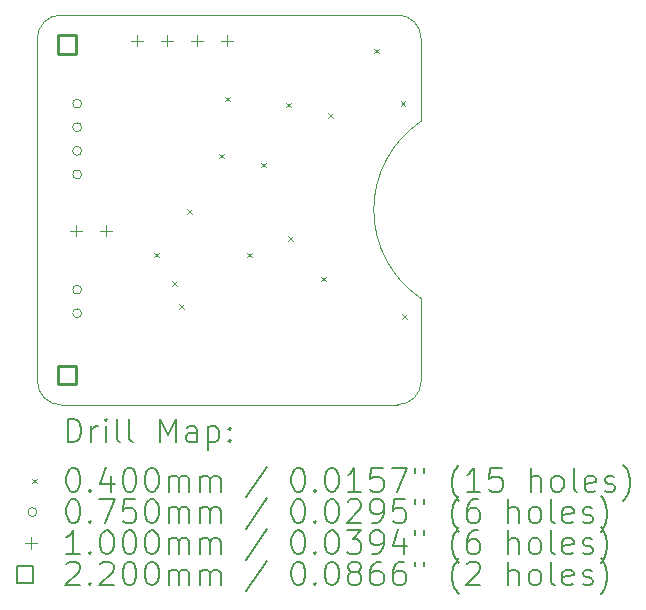
<source format=gbr>
%TF.GenerationSoftware,KiCad,Pcbnew,7.0.6*%
%TF.CreationDate,2024-09-25T21:49:43-07:00*%
%TF.ProjectId,magnetic-encoder,6d61676e-6574-4696-932d-656e636f6465,0.1*%
%TF.SameCoordinates,Original*%
%TF.FileFunction,Drillmap*%
%TF.FilePolarity,Positive*%
%FSLAX45Y45*%
G04 Gerber Fmt 4.5, Leading zero omitted, Abs format (unit mm)*
G04 Created by KiCad (PCBNEW 7.0.6) date 2024-09-25 21:49:43*
%MOMM*%
%LPD*%
G01*
G04 APERTURE LIST*
%ADD10C,0.100000*%
%ADD11C,0.200000*%
%ADD12C,0.040000*%
%ADD13C,0.075000*%
%ADD14C,0.220000*%
G04 APERTURE END LIST*
D10*
X8936000Y-11224500D02*
X6086000Y-11224500D01*
X9136000Y-10324500D02*
X9136000Y-11024500D01*
X9136000Y-8124500D02*
X9136000Y-8824500D01*
X6086000Y-7924500D02*
X8936000Y-7924500D01*
X5886000Y-11024500D02*
X5886000Y-8124500D01*
X9136000Y-8124500D02*
G75*
G03*
X8936000Y-7924500I-200000J0D01*
G01*
X8936000Y-11224500D02*
G75*
G03*
X9136000Y-11024500I0J200000D01*
G01*
X5886000Y-11024500D02*
G75*
G03*
X6086000Y-11224500I200000J0D01*
G01*
X6086000Y-7924500D02*
G75*
G03*
X5886000Y-8124500I0J-200000D01*
G01*
X9136000Y-8824500D02*
G75*
G03*
X9136000Y-10324500I500000J-750000D01*
G01*
D11*
D12*
X6876100Y-9936800D02*
X6916100Y-9976800D01*
X6916100Y-9936800D02*
X6876100Y-9976800D01*
X7028500Y-10178100D02*
X7068500Y-10218100D01*
X7068500Y-10178100D02*
X7028500Y-10218100D01*
X7085650Y-10374950D02*
X7125650Y-10414950D01*
X7125650Y-10374950D02*
X7085650Y-10414950D01*
X7155500Y-9568500D02*
X7195500Y-9608500D01*
X7195500Y-9568500D02*
X7155500Y-9608500D01*
X7422200Y-9098600D02*
X7462200Y-9138600D01*
X7462200Y-9098600D02*
X7422200Y-9138600D01*
X7473000Y-8616000D02*
X7513000Y-8656000D01*
X7513000Y-8616000D02*
X7473000Y-8656000D01*
X7663500Y-9936800D02*
X7703500Y-9976800D01*
X7703500Y-9936800D02*
X7663500Y-9976800D01*
X7777800Y-9174800D02*
X7817800Y-9214800D01*
X7817800Y-9174800D02*
X7777800Y-9214800D01*
X7993700Y-8666800D02*
X8033700Y-8706800D01*
X8033700Y-8666800D02*
X7993700Y-8706800D01*
X8006400Y-9797100D02*
X8046400Y-9837100D01*
X8046400Y-9797100D02*
X8006400Y-9837100D01*
X8285800Y-10140000D02*
X8325800Y-10180000D01*
X8325800Y-10140000D02*
X8285800Y-10180000D01*
X8349300Y-8755700D02*
X8389300Y-8795700D01*
X8389300Y-8755700D02*
X8349300Y-8795700D01*
X8739250Y-8209600D02*
X8779250Y-8249600D01*
X8779250Y-8209600D02*
X8739250Y-8249600D01*
X8962650Y-8654100D02*
X9002650Y-8694100D01*
X9002650Y-8654100D02*
X8962650Y-8694100D01*
X8971600Y-10457500D02*
X9011600Y-10497500D01*
X9011600Y-10457500D02*
X8971600Y-10497500D01*
D13*
X6260500Y-8674500D02*
G75*
G03*
X6260500Y-8674500I-37500J0D01*
G01*
X6260500Y-8874500D02*
G75*
G03*
X6260500Y-8874500I-37500J0D01*
G01*
X6260500Y-9074500D02*
G75*
G03*
X6260500Y-9074500I-37500J0D01*
G01*
X6260500Y-9274500D02*
G75*
G03*
X6260500Y-9274500I-37500J0D01*
G01*
X6260500Y-10249500D02*
G75*
G03*
X6260500Y-10249500I-37500J0D01*
G01*
X6260500Y-10449500D02*
G75*
G03*
X6260500Y-10449500I-37500J0D01*
G01*
D10*
X6211000Y-9699500D02*
X6211000Y-9799500D01*
X6161000Y-9749500D02*
X6261000Y-9749500D01*
X6465000Y-9699500D02*
X6465000Y-9799500D01*
X6415000Y-9749500D02*
X6515000Y-9749500D01*
X6731000Y-8090700D02*
X6731000Y-8190700D01*
X6681000Y-8140700D02*
X6781000Y-8140700D01*
X6985000Y-8090700D02*
X6985000Y-8190700D01*
X6935000Y-8140700D02*
X7035000Y-8140700D01*
X7239000Y-8090700D02*
X7239000Y-8190700D01*
X7189000Y-8140700D02*
X7289000Y-8140700D01*
X7493000Y-8090700D02*
X7493000Y-8190700D01*
X7443000Y-8140700D02*
X7543000Y-8140700D01*
D14*
X6213782Y-8252282D02*
X6213782Y-8096717D01*
X6058217Y-8096717D01*
X6058217Y-8252282D01*
X6213782Y-8252282D01*
X6213782Y-11052283D02*
X6213782Y-10896718D01*
X6058217Y-10896718D01*
X6058217Y-11052283D01*
X6213782Y-11052283D01*
D11*
X6141777Y-11540984D02*
X6141777Y-11340984D01*
X6141777Y-11340984D02*
X6189396Y-11340984D01*
X6189396Y-11340984D02*
X6217967Y-11350508D01*
X6217967Y-11350508D02*
X6237015Y-11369555D01*
X6237015Y-11369555D02*
X6246539Y-11388603D01*
X6246539Y-11388603D02*
X6256062Y-11426698D01*
X6256062Y-11426698D02*
X6256062Y-11455269D01*
X6256062Y-11455269D02*
X6246539Y-11493365D01*
X6246539Y-11493365D02*
X6237015Y-11512412D01*
X6237015Y-11512412D02*
X6217967Y-11531460D01*
X6217967Y-11531460D02*
X6189396Y-11540984D01*
X6189396Y-11540984D02*
X6141777Y-11540984D01*
X6341777Y-11540984D02*
X6341777Y-11407650D01*
X6341777Y-11445746D02*
X6351301Y-11426698D01*
X6351301Y-11426698D02*
X6360824Y-11417174D01*
X6360824Y-11417174D02*
X6379872Y-11407650D01*
X6379872Y-11407650D02*
X6398920Y-11407650D01*
X6465586Y-11540984D02*
X6465586Y-11407650D01*
X6465586Y-11340984D02*
X6456062Y-11350508D01*
X6456062Y-11350508D02*
X6465586Y-11360031D01*
X6465586Y-11360031D02*
X6475110Y-11350508D01*
X6475110Y-11350508D02*
X6465586Y-11340984D01*
X6465586Y-11340984D02*
X6465586Y-11360031D01*
X6589396Y-11540984D02*
X6570348Y-11531460D01*
X6570348Y-11531460D02*
X6560824Y-11512412D01*
X6560824Y-11512412D02*
X6560824Y-11340984D01*
X6694158Y-11540984D02*
X6675110Y-11531460D01*
X6675110Y-11531460D02*
X6665586Y-11512412D01*
X6665586Y-11512412D02*
X6665586Y-11340984D01*
X6922729Y-11540984D02*
X6922729Y-11340984D01*
X6922729Y-11340984D02*
X6989396Y-11483841D01*
X6989396Y-11483841D02*
X7056062Y-11340984D01*
X7056062Y-11340984D02*
X7056062Y-11540984D01*
X7237015Y-11540984D02*
X7237015Y-11436222D01*
X7237015Y-11436222D02*
X7227491Y-11417174D01*
X7227491Y-11417174D02*
X7208443Y-11407650D01*
X7208443Y-11407650D02*
X7170348Y-11407650D01*
X7170348Y-11407650D02*
X7151301Y-11417174D01*
X7237015Y-11531460D02*
X7217967Y-11540984D01*
X7217967Y-11540984D02*
X7170348Y-11540984D01*
X7170348Y-11540984D02*
X7151301Y-11531460D01*
X7151301Y-11531460D02*
X7141777Y-11512412D01*
X7141777Y-11512412D02*
X7141777Y-11493365D01*
X7141777Y-11493365D02*
X7151301Y-11474317D01*
X7151301Y-11474317D02*
X7170348Y-11464793D01*
X7170348Y-11464793D02*
X7217967Y-11464793D01*
X7217967Y-11464793D02*
X7237015Y-11455269D01*
X7332253Y-11407650D02*
X7332253Y-11607650D01*
X7332253Y-11417174D02*
X7351301Y-11407650D01*
X7351301Y-11407650D02*
X7389396Y-11407650D01*
X7389396Y-11407650D02*
X7408443Y-11417174D01*
X7408443Y-11417174D02*
X7417967Y-11426698D01*
X7417967Y-11426698D02*
X7427491Y-11445746D01*
X7427491Y-11445746D02*
X7427491Y-11502888D01*
X7427491Y-11502888D02*
X7417967Y-11521936D01*
X7417967Y-11521936D02*
X7408443Y-11531460D01*
X7408443Y-11531460D02*
X7389396Y-11540984D01*
X7389396Y-11540984D02*
X7351301Y-11540984D01*
X7351301Y-11540984D02*
X7332253Y-11531460D01*
X7513205Y-11521936D02*
X7522729Y-11531460D01*
X7522729Y-11531460D02*
X7513205Y-11540984D01*
X7513205Y-11540984D02*
X7503682Y-11531460D01*
X7503682Y-11531460D02*
X7513205Y-11521936D01*
X7513205Y-11521936D02*
X7513205Y-11540984D01*
X7513205Y-11417174D02*
X7522729Y-11426698D01*
X7522729Y-11426698D02*
X7513205Y-11436222D01*
X7513205Y-11436222D02*
X7503682Y-11426698D01*
X7503682Y-11426698D02*
X7513205Y-11417174D01*
X7513205Y-11417174D02*
X7513205Y-11436222D01*
D12*
X5841000Y-11849500D02*
X5881000Y-11889500D01*
X5881000Y-11849500D02*
X5841000Y-11889500D01*
D11*
X6179872Y-11760984D02*
X6198920Y-11760984D01*
X6198920Y-11760984D02*
X6217967Y-11770508D01*
X6217967Y-11770508D02*
X6227491Y-11780031D01*
X6227491Y-11780031D02*
X6237015Y-11799079D01*
X6237015Y-11799079D02*
X6246539Y-11837174D01*
X6246539Y-11837174D02*
X6246539Y-11884793D01*
X6246539Y-11884793D02*
X6237015Y-11922888D01*
X6237015Y-11922888D02*
X6227491Y-11941936D01*
X6227491Y-11941936D02*
X6217967Y-11951460D01*
X6217967Y-11951460D02*
X6198920Y-11960984D01*
X6198920Y-11960984D02*
X6179872Y-11960984D01*
X6179872Y-11960984D02*
X6160824Y-11951460D01*
X6160824Y-11951460D02*
X6151301Y-11941936D01*
X6151301Y-11941936D02*
X6141777Y-11922888D01*
X6141777Y-11922888D02*
X6132253Y-11884793D01*
X6132253Y-11884793D02*
X6132253Y-11837174D01*
X6132253Y-11837174D02*
X6141777Y-11799079D01*
X6141777Y-11799079D02*
X6151301Y-11780031D01*
X6151301Y-11780031D02*
X6160824Y-11770508D01*
X6160824Y-11770508D02*
X6179872Y-11760984D01*
X6332253Y-11941936D02*
X6341777Y-11951460D01*
X6341777Y-11951460D02*
X6332253Y-11960984D01*
X6332253Y-11960984D02*
X6322729Y-11951460D01*
X6322729Y-11951460D02*
X6332253Y-11941936D01*
X6332253Y-11941936D02*
X6332253Y-11960984D01*
X6513205Y-11827650D02*
X6513205Y-11960984D01*
X6465586Y-11751460D02*
X6417967Y-11894317D01*
X6417967Y-11894317D02*
X6541777Y-11894317D01*
X6656062Y-11760984D02*
X6675110Y-11760984D01*
X6675110Y-11760984D02*
X6694158Y-11770508D01*
X6694158Y-11770508D02*
X6703682Y-11780031D01*
X6703682Y-11780031D02*
X6713205Y-11799079D01*
X6713205Y-11799079D02*
X6722729Y-11837174D01*
X6722729Y-11837174D02*
X6722729Y-11884793D01*
X6722729Y-11884793D02*
X6713205Y-11922888D01*
X6713205Y-11922888D02*
X6703682Y-11941936D01*
X6703682Y-11941936D02*
X6694158Y-11951460D01*
X6694158Y-11951460D02*
X6675110Y-11960984D01*
X6675110Y-11960984D02*
X6656062Y-11960984D01*
X6656062Y-11960984D02*
X6637015Y-11951460D01*
X6637015Y-11951460D02*
X6627491Y-11941936D01*
X6627491Y-11941936D02*
X6617967Y-11922888D01*
X6617967Y-11922888D02*
X6608443Y-11884793D01*
X6608443Y-11884793D02*
X6608443Y-11837174D01*
X6608443Y-11837174D02*
X6617967Y-11799079D01*
X6617967Y-11799079D02*
X6627491Y-11780031D01*
X6627491Y-11780031D02*
X6637015Y-11770508D01*
X6637015Y-11770508D02*
X6656062Y-11760984D01*
X6846539Y-11760984D02*
X6865586Y-11760984D01*
X6865586Y-11760984D02*
X6884634Y-11770508D01*
X6884634Y-11770508D02*
X6894158Y-11780031D01*
X6894158Y-11780031D02*
X6903682Y-11799079D01*
X6903682Y-11799079D02*
X6913205Y-11837174D01*
X6913205Y-11837174D02*
X6913205Y-11884793D01*
X6913205Y-11884793D02*
X6903682Y-11922888D01*
X6903682Y-11922888D02*
X6894158Y-11941936D01*
X6894158Y-11941936D02*
X6884634Y-11951460D01*
X6884634Y-11951460D02*
X6865586Y-11960984D01*
X6865586Y-11960984D02*
X6846539Y-11960984D01*
X6846539Y-11960984D02*
X6827491Y-11951460D01*
X6827491Y-11951460D02*
X6817967Y-11941936D01*
X6817967Y-11941936D02*
X6808443Y-11922888D01*
X6808443Y-11922888D02*
X6798920Y-11884793D01*
X6798920Y-11884793D02*
X6798920Y-11837174D01*
X6798920Y-11837174D02*
X6808443Y-11799079D01*
X6808443Y-11799079D02*
X6817967Y-11780031D01*
X6817967Y-11780031D02*
X6827491Y-11770508D01*
X6827491Y-11770508D02*
X6846539Y-11760984D01*
X6998920Y-11960984D02*
X6998920Y-11827650D01*
X6998920Y-11846698D02*
X7008443Y-11837174D01*
X7008443Y-11837174D02*
X7027491Y-11827650D01*
X7027491Y-11827650D02*
X7056063Y-11827650D01*
X7056063Y-11827650D02*
X7075110Y-11837174D01*
X7075110Y-11837174D02*
X7084634Y-11856222D01*
X7084634Y-11856222D02*
X7084634Y-11960984D01*
X7084634Y-11856222D02*
X7094158Y-11837174D01*
X7094158Y-11837174D02*
X7113205Y-11827650D01*
X7113205Y-11827650D02*
X7141777Y-11827650D01*
X7141777Y-11827650D02*
X7160824Y-11837174D01*
X7160824Y-11837174D02*
X7170348Y-11856222D01*
X7170348Y-11856222D02*
X7170348Y-11960984D01*
X7265586Y-11960984D02*
X7265586Y-11827650D01*
X7265586Y-11846698D02*
X7275110Y-11837174D01*
X7275110Y-11837174D02*
X7294158Y-11827650D01*
X7294158Y-11827650D02*
X7322729Y-11827650D01*
X7322729Y-11827650D02*
X7341777Y-11837174D01*
X7341777Y-11837174D02*
X7351301Y-11856222D01*
X7351301Y-11856222D02*
X7351301Y-11960984D01*
X7351301Y-11856222D02*
X7360824Y-11837174D01*
X7360824Y-11837174D02*
X7379872Y-11827650D01*
X7379872Y-11827650D02*
X7408443Y-11827650D01*
X7408443Y-11827650D02*
X7427491Y-11837174D01*
X7427491Y-11837174D02*
X7437015Y-11856222D01*
X7437015Y-11856222D02*
X7437015Y-11960984D01*
X7827491Y-11751460D02*
X7656063Y-12008603D01*
X8084634Y-11760984D02*
X8103682Y-11760984D01*
X8103682Y-11760984D02*
X8122729Y-11770508D01*
X8122729Y-11770508D02*
X8132253Y-11780031D01*
X8132253Y-11780031D02*
X8141777Y-11799079D01*
X8141777Y-11799079D02*
X8151301Y-11837174D01*
X8151301Y-11837174D02*
X8151301Y-11884793D01*
X8151301Y-11884793D02*
X8141777Y-11922888D01*
X8141777Y-11922888D02*
X8132253Y-11941936D01*
X8132253Y-11941936D02*
X8122729Y-11951460D01*
X8122729Y-11951460D02*
X8103682Y-11960984D01*
X8103682Y-11960984D02*
X8084634Y-11960984D01*
X8084634Y-11960984D02*
X8065586Y-11951460D01*
X8065586Y-11951460D02*
X8056063Y-11941936D01*
X8056063Y-11941936D02*
X8046539Y-11922888D01*
X8046539Y-11922888D02*
X8037015Y-11884793D01*
X8037015Y-11884793D02*
X8037015Y-11837174D01*
X8037015Y-11837174D02*
X8046539Y-11799079D01*
X8046539Y-11799079D02*
X8056063Y-11780031D01*
X8056063Y-11780031D02*
X8065586Y-11770508D01*
X8065586Y-11770508D02*
X8084634Y-11760984D01*
X8237015Y-11941936D02*
X8246539Y-11951460D01*
X8246539Y-11951460D02*
X8237015Y-11960984D01*
X8237015Y-11960984D02*
X8227491Y-11951460D01*
X8227491Y-11951460D02*
X8237015Y-11941936D01*
X8237015Y-11941936D02*
X8237015Y-11960984D01*
X8370348Y-11760984D02*
X8389396Y-11760984D01*
X8389396Y-11760984D02*
X8408444Y-11770508D01*
X8408444Y-11770508D02*
X8417968Y-11780031D01*
X8417968Y-11780031D02*
X8427491Y-11799079D01*
X8427491Y-11799079D02*
X8437015Y-11837174D01*
X8437015Y-11837174D02*
X8437015Y-11884793D01*
X8437015Y-11884793D02*
X8427491Y-11922888D01*
X8427491Y-11922888D02*
X8417968Y-11941936D01*
X8417968Y-11941936D02*
X8408444Y-11951460D01*
X8408444Y-11951460D02*
X8389396Y-11960984D01*
X8389396Y-11960984D02*
X8370348Y-11960984D01*
X8370348Y-11960984D02*
X8351301Y-11951460D01*
X8351301Y-11951460D02*
X8341777Y-11941936D01*
X8341777Y-11941936D02*
X8332253Y-11922888D01*
X8332253Y-11922888D02*
X8322729Y-11884793D01*
X8322729Y-11884793D02*
X8322729Y-11837174D01*
X8322729Y-11837174D02*
X8332253Y-11799079D01*
X8332253Y-11799079D02*
X8341777Y-11780031D01*
X8341777Y-11780031D02*
X8351301Y-11770508D01*
X8351301Y-11770508D02*
X8370348Y-11760984D01*
X8627491Y-11960984D02*
X8513206Y-11960984D01*
X8570348Y-11960984D02*
X8570348Y-11760984D01*
X8570348Y-11760984D02*
X8551301Y-11789555D01*
X8551301Y-11789555D02*
X8532253Y-11808603D01*
X8532253Y-11808603D02*
X8513206Y-11818127D01*
X8808444Y-11760984D02*
X8713206Y-11760984D01*
X8713206Y-11760984D02*
X8703682Y-11856222D01*
X8703682Y-11856222D02*
X8713206Y-11846698D01*
X8713206Y-11846698D02*
X8732253Y-11837174D01*
X8732253Y-11837174D02*
X8779872Y-11837174D01*
X8779872Y-11837174D02*
X8798920Y-11846698D01*
X8798920Y-11846698D02*
X8808444Y-11856222D01*
X8808444Y-11856222D02*
X8817968Y-11875269D01*
X8817968Y-11875269D02*
X8817968Y-11922888D01*
X8817968Y-11922888D02*
X8808444Y-11941936D01*
X8808444Y-11941936D02*
X8798920Y-11951460D01*
X8798920Y-11951460D02*
X8779872Y-11960984D01*
X8779872Y-11960984D02*
X8732253Y-11960984D01*
X8732253Y-11960984D02*
X8713206Y-11951460D01*
X8713206Y-11951460D02*
X8703682Y-11941936D01*
X8884634Y-11760984D02*
X9017968Y-11760984D01*
X9017968Y-11760984D02*
X8932253Y-11960984D01*
X9084634Y-11760984D02*
X9084634Y-11799079D01*
X9160825Y-11760984D02*
X9160825Y-11799079D01*
X9456063Y-12037174D02*
X9446539Y-12027650D01*
X9446539Y-12027650D02*
X9427491Y-11999079D01*
X9427491Y-11999079D02*
X9417968Y-11980031D01*
X9417968Y-11980031D02*
X9408444Y-11951460D01*
X9408444Y-11951460D02*
X9398920Y-11903841D01*
X9398920Y-11903841D02*
X9398920Y-11865746D01*
X9398920Y-11865746D02*
X9408444Y-11818127D01*
X9408444Y-11818127D02*
X9417968Y-11789555D01*
X9417968Y-11789555D02*
X9427491Y-11770508D01*
X9427491Y-11770508D02*
X9446539Y-11741936D01*
X9446539Y-11741936D02*
X9456063Y-11732412D01*
X9637015Y-11960984D02*
X9522730Y-11960984D01*
X9579872Y-11960984D02*
X9579872Y-11760984D01*
X9579872Y-11760984D02*
X9560825Y-11789555D01*
X9560825Y-11789555D02*
X9541777Y-11808603D01*
X9541777Y-11808603D02*
X9522730Y-11818127D01*
X9817968Y-11760984D02*
X9722730Y-11760984D01*
X9722730Y-11760984D02*
X9713206Y-11856222D01*
X9713206Y-11856222D02*
X9722730Y-11846698D01*
X9722730Y-11846698D02*
X9741777Y-11837174D01*
X9741777Y-11837174D02*
X9789396Y-11837174D01*
X9789396Y-11837174D02*
X9808444Y-11846698D01*
X9808444Y-11846698D02*
X9817968Y-11856222D01*
X9817968Y-11856222D02*
X9827491Y-11875269D01*
X9827491Y-11875269D02*
X9827491Y-11922888D01*
X9827491Y-11922888D02*
X9817968Y-11941936D01*
X9817968Y-11941936D02*
X9808444Y-11951460D01*
X9808444Y-11951460D02*
X9789396Y-11960984D01*
X9789396Y-11960984D02*
X9741777Y-11960984D01*
X9741777Y-11960984D02*
X9722730Y-11951460D01*
X9722730Y-11951460D02*
X9713206Y-11941936D01*
X10065587Y-11960984D02*
X10065587Y-11760984D01*
X10151301Y-11960984D02*
X10151301Y-11856222D01*
X10151301Y-11856222D02*
X10141777Y-11837174D01*
X10141777Y-11837174D02*
X10122730Y-11827650D01*
X10122730Y-11827650D02*
X10094158Y-11827650D01*
X10094158Y-11827650D02*
X10075111Y-11837174D01*
X10075111Y-11837174D02*
X10065587Y-11846698D01*
X10275111Y-11960984D02*
X10256063Y-11951460D01*
X10256063Y-11951460D02*
X10246539Y-11941936D01*
X10246539Y-11941936D02*
X10237015Y-11922888D01*
X10237015Y-11922888D02*
X10237015Y-11865746D01*
X10237015Y-11865746D02*
X10246539Y-11846698D01*
X10246539Y-11846698D02*
X10256063Y-11837174D01*
X10256063Y-11837174D02*
X10275111Y-11827650D01*
X10275111Y-11827650D02*
X10303682Y-11827650D01*
X10303682Y-11827650D02*
X10322730Y-11837174D01*
X10322730Y-11837174D02*
X10332253Y-11846698D01*
X10332253Y-11846698D02*
X10341777Y-11865746D01*
X10341777Y-11865746D02*
X10341777Y-11922888D01*
X10341777Y-11922888D02*
X10332253Y-11941936D01*
X10332253Y-11941936D02*
X10322730Y-11951460D01*
X10322730Y-11951460D02*
X10303682Y-11960984D01*
X10303682Y-11960984D02*
X10275111Y-11960984D01*
X10456063Y-11960984D02*
X10437015Y-11951460D01*
X10437015Y-11951460D02*
X10427492Y-11932412D01*
X10427492Y-11932412D02*
X10427492Y-11760984D01*
X10608444Y-11951460D02*
X10589396Y-11960984D01*
X10589396Y-11960984D02*
X10551301Y-11960984D01*
X10551301Y-11960984D02*
X10532253Y-11951460D01*
X10532253Y-11951460D02*
X10522730Y-11932412D01*
X10522730Y-11932412D02*
X10522730Y-11856222D01*
X10522730Y-11856222D02*
X10532253Y-11837174D01*
X10532253Y-11837174D02*
X10551301Y-11827650D01*
X10551301Y-11827650D02*
X10589396Y-11827650D01*
X10589396Y-11827650D02*
X10608444Y-11837174D01*
X10608444Y-11837174D02*
X10617968Y-11856222D01*
X10617968Y-11856222D02*
X10617968Y-11875269D01*
X10617968Y-11875269D02*
X10522730Y-11894317D01*
X10694158Y-11951460D02*
X10713206Y-11960984D01*
X10713206Y-11960984D02*
X10751301Y-11960984D01*
X10751301Y-11960984D02*
X10770349Y-11951460D01*
X10770349Y-11951460D02*
X10779873Y-11932412D01*
X10779873Y-11932412D02*
X10779873Y-11922888D01*
X10779873Y-11922888D02*
X10770349Y-11903841D01*
X10770349Y-11903841D02*
X10751301Y-11894317D01*
X10751301Y-11894317D02*
X10722730Y-11894317D01*
X10722730Y-11894317D02*
X10703682Y-11884793D01*
X10703682Y-11884793D02*
X10694158Y-11865746D01*
X10694158Y-11865746D02*
X10694158Y-11856222D01*
X10694158Y-11856222D02*
X10703682Y-11837174D01*
X10703682Y-11837174D02*
X10722730Y-11827650D01*
X10722730Y-11827650D02*
X10751301Y-11827650D01*
X10751301Y-11827650D02*
X10770349Y-11837174D01*
X10846539Y-12037174D02*
X10856063Y-12027650D01*
X10856063Y-12027650D02*
X10875111Y-11999079D01*
X10875111Y-11999079D02*
X10884634Y-11980031D01*
X10884634Y-11980031D02*
X10894158Y-11951460D01*
X10894158Y-11951460D02*
X10903682Y-11903841D01*
X10903682Y-11903841D02*
X10903682Y-11865746D01*
X10903682Y-11865746D02*
X10894158Y-11818127D01*
X10894158Y-11818127D02*
X10884634Y-11789555D01*
X10884634Y-11789555D02*
X10875111Y-11770508D01*
X10875111Y-11770508D02*
X10856063Y-11741936D01*
X10856063Y-11741936D02*
X10846539Y-11732412D01*
D13*
X5881000Y-12133500D02*
G75*
G03*
X5881000Y-12133500I-37500J0D01*
G01*
D11*
X6179872Y-12024984D02*
X6198920Y-12024984D01*
X6198920Y-12024984D02*
X6217967Y-12034508D01*
X6217967Y-12034508D02*
X6227491Y-12044031D01*
X6227491Y-12044031D02*
X6237015Y-12063079D01*
X6237015Y-12063079D02*
X6246539Y-12101174D01*
X6246539Y-12101174D02*
X6246539Y-12148793D01*
X6246539Y-12148793D02*
X6237015Y-12186888D01*
X6237015Y-12186888D02*
X6227491Y-12205936D01*
X6227491Y-12205936D02*
X6217967Y-12215460D01*
X6217967Y-12215460D02*
X6198920Y-12224984D01*
X6198920Y-12224984D02*
X6179872Y-12224984D01*
X6179872Y-12224984D02*
X6160824Y-12215460D01*
X6160824Y-12215460D02*
X6151301Y-12205936D01*
X6151301Y-12205936D02*
X6141777Y-12186888D01*
X6141777Y-12186888D02*
X6132253Y-12148793D01*
X6132253Y-12148793D02*
X6132253Y-12101174D01*
X6132253Y-12101174D02*
X6141777Y-12063079D01*
X6141777Y-12063079D02*
X6151301Y-12044031D01*
X6151301Y-12044031D02*
X6160824Y-12034508D01*
X6160824Y-12034508D02*
X6179872Y-12024984D01*
X6332253Y-12205936D02*
X6341777Y-12215460D01*
X6341777Y-12215460D02*
X6332253Y-12224984D01*
X6332253Y-12224984D02*
X6322729Y-12215460D01*
X6322729Y-12215460D02*
X6332253Y-12205936D01*
X6332253Y-12205936D02*
X6332253Y-12224984D01*
X6408443Y-12024984D02*
X6541777Y-12024984D01*
X6541777Y-12024984D02*
X6456062Y-12224984D01*
X6713205Y-12024984D02*
X6617967Y-12024984D01*
X6617967Y-12024984D02*
X6608443Y-12120222D01*
X6608443Y-12120222D02*
X6617967Y-12110698D01*
X6617967Y-12110698D02*
X6637015Y-12101174D01*
X6637015Y-12101174D02*
X6684634Y-12101174D01*
X6684634Y-12101174D02*
X6703682Y-12110698D01*
X6703682Y-12110698D02*
X6713205Y-12120222D01*
X6713205Y-12120222D02*
X6722729Y-12139269D01*
X6722729Y-12139269D02*
X6722729Y-12186888D01*
X6722729Y-12186888D02*
X6713205Y-12205936D01*
X6713205Y-12205936D02*
X6703682Y-12215460D01*
X6703682Y-12215460D02*
X6684634Y-12224984D01*
X6684634Y-12224984D02*
X6637015Y-12224984D01*
X6637015Y-12224984D02*
X6617967Y-12215460D01*
X6617967Y-12215460D02*
X6608443Y-12205936D01*
X6846539Y-12024984D02*
X6865586Y-12024984D01*
X6865586Y-12024984D02*
X6884634Y-12034508D01*
X6884634Y-12034508D02*
X6894158Y-12044031D01*
X6894158Y-12044031D02*
X6903682Y-12063079D01*
X6903682Y-12063079D02*
X6913205Y-12101174D01*
X6913205Y-12101174D02*
X6913205Y-12148793D01*
X6913205Y-12148793D02*
X6903682Y-12186888D01*
X6903682Y-12186888D02*
X6894158Y-12205936D01*
X6894158Y-12205936D02*
X6884634Y-12215460D01*
X6884634Y-12215460D02*
X6865586Y-12224984D01*
X6865586Y-12224984D02*
X6846539Y-12224984D01*
X6846539Y-12224984D02*
X6827491Y-12215460D01*
X6827491Y-12215460D02*
X6817967Y-12205936D01*
X6817967Y-12205936D02*
X6808443Y-12186888D01*
X6808443Y-12186888D02*
X6798920Y-12148793D01*
X6798920Y-12148793D02*
X6798920Y-12101174D01*
X6798920Y-12101174D02*
X6808443Y-12063079D01*
X6808443Y-12063079D02*
X6817967Y-12044031D01*
X6817967Y-12044031D02*
X6827491Y-12034508D01*
X6827491Y-12034508D02*
X6846539Y-12024984D01*
X6998920Y-12224984D02*
X6998920Y-12091650D01*
X6998920Y-12110698D02*
X7008443Y-12101174D01*
X7008443Y-12101174D02*
X7027491Y-12091650D01*
X7027491Y-12091650D02*
X7056063Y-12091650D01*
X7056063Y-12091650D02*
X7075110Y-12101174D01*
X7075110Y-12101174D02*
X7084634Y-12120222D01*
X7084634Y-12120222D02*
X7084634Y-12224984D01*
X7084634Y-12120222D02*
X7094158Y-12101174D01*
X7094158Y-12101174D02*
X7113205Y-12091650D01*
X7113205Y-12091650D02*
X7141777Y-12091650D01*
X7141777Y-12091650D02*
X7160824Y-12101174D01*
X7160824Y-12101174D02*
X7170348Y-12120222D01*
X7170348Y-12120222D02*
X7170348Y-12224984D01*
X7265586Y-12224984D02*
X7265586Y-12091650D01*
X7265586Y-12110698D02*
X7275110Y-12101174D01*
X7275110Y-12101174D02*
X7294158Y-12091650D01*
X7294158Y-12091650D02*
X7322729Y-12091650D01*
X7322729Y-12091650D02*
X7341777Y-12101174D01*
X7341777Y-12101174D02*
X7351301Y-12120222D01*
X7351301Y-12120222D02*
X7351301Y-12224984D01*
X7351301Y-12120222D02*
X7360824Y-12101174D01*
X7360824Y-12101174D02*
X7379872Y-12091650D01*
X7379872Y-12091650D02*
X7408443Y-12091650D01*
X7408443Y-12091650D02*
X7427491Y-12101174D01*
X7427491Y-12101174D02*
X7437015Y-12120222D01*
X7437015Y-12120222D02*
X7437015Y-12224984D01*
X7827491Y-12015460D02*
X7656063Y-12272603D01*
X8084634Y-12024984D02*
X8103682Y-12024984D01*
X8103682Y-12024984D02*
X8122729Y-12034508D01*
X8122729Y-12034508D02*
X8132253Y-12044031D01*
X8132253Y-12044031D02*
X8141777Y-12063079D01*
X8141777Y-12063079D02*
X8151301Y-12101174D01*
X8151301Y-12101174D02*
X8151301Y-12148793D01*
X8151301Y-12148793D02*
X8141777Y-12186888D01*
X8141777Y-12186888D02*
X8132253Y-12205936D01*
X8132253Y-12205936D02*
X8122729Y-12215460D01*
X8122729Y-12215460D02*
X8103682Y-12224984D01*
X8103682Y-12224984D02*
X8084634Y-12224984D01*
X8084634Y-12224984D02*
X8065586Y-12215460D01*
X8065586Y-12215460D02*
X8056063Y-12205936D01*
X8056063Y-12205936D02*
X8046539Y-12186888D01*
X8046539Y-12186888D02*
X8037015Y-12148793D01*
X8037015Y-12148793D02*
X8037015Y-12101174D01*
X8037015Y-12101174D02*
X8046539Y-12063079D01*
X8046539Y-12063079D02*
X8056063Y-12044031D01*
X8056063Y-12044031D02*
X8065586Y-12034508D01*
X8065586Y-12034508D02*
X8084634Y-12024984D01*
X8237015Y-12205936D02*
X8246539Y-12215460D01*
X8246539Y-12215460D02*
X8237015Y-12224984D01*
X8237015Y-12224984D02*
X8227491Y-12215460D01*
X8227491Y-12215460D02*
X8237015Y-12205936D01*
X8237015Y-12205936D02*
X8237015Y-12224984D01*
X8370348Y-12024984D02*
X8389396Y-12024984D01*
X8389396Y-12024984D02*
X8408444Y-12034508D01*
X8408444Y-12034508D02*
X8417968Y-12044031D01*
X8417968Y-12044031D02*
X8427491Y-12063079D01*
X8427491Y-12063079D02*
X8437015Y-12101174D01*
X8437015Y-12101174D02*
X8437015Y-12148793D01*
X8437015Y-12148793D02*
X8427491Y-12186888D01*
X8427491Y-12186888D02*
X8417968Y-12205936D01*
X8417968Y-12205936D02*
X8408444Y-12215460D01*
X8408444Y-12215460D02*
X8389396Y-12224984D01*
X8389396Y-12224984D02*
X8370348Y-12224984D01*
X8370348Y-12224984D02*
X8351301Y-12215460D01*
X8351301Y-12215460D02*
X8341777Y-12205936D01*
X8341777Y-12205936D02*
X8332253Y-12186888D01*
X8332253Y-12186888D02*
X8322729Y-12148793D01*
X8322729Y-12148793D02*
X8322729Y-12101174D01*
X8322729Y-12101174D02*
X8332253Y-12063079D01*
X8332253Y-12063079D02*
X8341777Y-12044031D01*
X8341777Y-12044031D02*
X8351301Y-12034508D01*
X8351301Y-12034508D02*
X8370348Y-12024984D01*
X8513206Y-12044031D02*
X8522729Y-12034508D01*
X8522729Y-12034508D02*
X8541777Y-12024984D01*
X8541777Y-12024984D02*
X8589396Y-12024984D01*
X8589396Y-12024984D02*
X8608444Y-12034508D01*
X8608444Y-12034508D02*
X8617968Y-12044031D01*
X8617968Y-12044031D02*
X8627491Y-12063079D01*
X8627491Y-12063079D02*
X8627491Y-12082127D01*
X8627491Y-12082127D02*
X8617968Y-12110698D01*
X8617968Y-12110698D02*
X8503682Y-12224984D01*
X8503682Y-12224984D02*
X8627491Y-12224984D01*
X8722729Y-12224984D02*
X8760825Y-12224984D01*
X8760825Y-12224984D02*
X8779872Y-12215460D01*
X8779872Y-12215460D02*
X8789396Y-12205936D01*
X8789396Y-12205936D02*
X8808444Y-12177365D01*
X8808444Y-12177365D02*
X8817968Y-12139269D01*
X8817968Y-12139269D02*
X8817968Y-12063079D01*
X8817968Y-12063079D02*
X8808444Y-12044031D01*
X8808444Y-12044031D02*
X8798920Y-12034508D01*
X8798920Y-12034508D02*
X8779872Y-12024984D01*
X8779872Y-12024984D02*
X8741777Y-12024984D01*
X8741777Y-12024984D02*
X8722729Y-12034508D01*
X8722729Y-12034508D02*
X8713206Y-12044031D01*
X8713206Y-12044031D02*
X8703682Y-12063079D01*
X8703682Y-12063079D02*
X8703682Y-12110698D01*
X8703682Y-12110698D02*
X8713206Y-12129746D01*
X8713206Y-12129746D02*
X8722729Y-12139269D01*
X8722729Y-12139269D02*
X8741777Y-12148793D01*
X8741777Y-12148793D02*
X8779872Y-12148793D01*
X8779872Y-12148793D02*
X8798920Y-12139269D01*
X8798920Y-12139269D02*
X8808444Y-12129746D01*
X8808444Y-12129746D02*
X8817968Y-12110698D01*
X8998920Y-12024984D02*
X8903682Y-12024984D01*
X8903682Y-12024984D02*
X8894158Y-12120222D01*
X8894158Y-12120222D02*
X8903682Y-12110698D01*
X8903682Y-12110698D02*
X8922729Y-12101174D01*
X8922729Y-12101174D02*
X8970349Y-12101174D01*
X8970349Y-12101174D02*
X8989396Y-12110698D01*
X8989396Y-12110698D02*
X8998920Y-12120222D01*
X8998920Y-12120222D02*
X9008444Y-12139269D01*
X9008444Y-12139269D02*
X9008444Y-12186888D01*
X9008444Y-12186888D02*
X8998920Y-12205936D01*
X8998920Y-12205936D02*
X8989396Y-12215460D01*
X8989396Y-12215460D02*
X8970349Y-12224984D01*
X8970349Y-12224984D02*
X8922729Y-12224984D01*
X8922729Y-12224984D02*
X8903682Y-12215460D01*
X8903682Y-12215460D02*
X8894158Y-12205936D01*
X9084634Y-12024984D02*
X9084634Y-12063079D01*
X9160825Y-12024984D02*
X9160825Y-12063079D01*
X9456063Y-12301174D02*
X9446539Y-12291650D01*
X9446539Y-12291650D02*
X9427491Y-12263079D01*
X9427491Y-12263079D02*
X9417968Y-12244031D01*
X9417968Y-12244031D02*
X9408444Y-12215460D01*
X9408444Y-12215460D02*
X9398920Y-12167841D01*
X9398920Y-12167841D02*
X9398920Y-12129746D01*
X9398920Y-12129746D02*
X9408444Y-12082127D01*
X9408444Y-12082127D02*
X9417968Y-12053555D01*
X9417968Y-12053555D02*
X9427491Y-12034508D01*
X9427491Y-12034508D02*
X9446539Y-12005936D01*
X9446539Y-12005936D02*
X9456063Y-11996412D01*
X9617968Y-12024984D02*
X9579872Y-12024984D01*
X9579872Y-12024984D02*
X9560825Y-12034508D01*
X9560825Y-12034508D02*
X9551301Y-12044031D01*
X9551301Y-12044031D02*
X9532253Y-12072603D01*
X9532253Y-12072603D02*
X9522730Y-12110698D01*
X9522730Y-12110698D02*
X9522730Y-12186888D01*
X9522730Y-12186888D02*
X9532253Y-12205936D01*
X9532253Y-12205936D02*
X9541777Y-12215460D01*
X9541777Y-12215460D02*
X9560825Y-12224984D01*
X9560825Y-12224984D02*
X9598920Y-12224984D01*
X9598920Y-12224984D02*
X9617968Y-12215460D01*
X9617968Y-12215460D02*
X9627491Y-12205936D01*
X9627491Y-12205936D02*
X9637015Y-12186888D01*
X9637015Y-12186888D02*
X9637015Y-12139269D01*
X9637015Y-12139269D02*
X9627491Y-12120222D01*
X9627491Y-12120222D02*
X9617968Y-12110698D01*
X9617968Y-12110698D02*
X9598920Y-12101174D01*
X9598920Y-12101174D02*
X9560825Y-12101174D01*
X9560825Y-12101174D02*
X9541777Y-12110698D01*
X9541777Y-12110698D02*
X9532253Y-12120222D01*
X9532253Y-12120222D02*
X9522730Y-12139269D01*
X9875111Y-12224984D02*
X9875111Y-12024984D01*
X9960825Y-12224984D02*
X9960825Y-12120222D01*
X9960825Y-12120222D02*
X9951301Y-12101174D01*
X9951301Y-12101174D02*
X9932253Y-12091650D01*
X9932253Y-12091650D02*
X9903682Y-12091650D01*
X9903682Y-12091650D02*
X9884634Y-12101174D01*
X9884634Y-12101174D02*
X9875111Y-12110698D01*
X10084634Y-12224984D02*
X10065587Y-12215460D01*
X10065587Y-12215460D02*
X10056063Y-12205936D01*
X10056063Y-12205936D02*
X10046539Y-12186888D01*
X10046539Y-12186888D02*
X10046539Y-12129746D01*
X10046539Y-12129746D02*
X10056063Y-12110698D01*
X10056063Y-12110698D02*
X10065587Y-12101174D01*
X10065587Y-12101174D02*
X10084634Y-12091650D01*
X10084634Y-12091650D02*
X10113206Y-12091650D01*
X10113206Y-12091650D02*
X10132253Y-12101174D01*
X10132253Y-12101174D02*
X10141777Y-12110698D01*
X10141777Y-12110698D02*
X10151301Y-12129746D01*
X10151301Y-12129746D02*
X10151301Y-12186888D01*
X10151301Y-12186888D02*
X10141777Y-12205936D01*
X10141777Y-12205936D02*
X10132253Y-12215460D01*
X10132253Y-12215460D02*
X10113206Y-12224984D01*
X10113206Y-12224984D02*
X10084634Y-12224984D01*
X10265587Y-12224984D02*
X10246539Y-12215460D01*
X10246539Y-12215460D02*
X10237015Y-12196412D01*
X10237015Y-12196412D02*
X10237015Y-12024984D01*
X10417968Y-12215460D02*
X10398920Y-12224984D01*
X10398920Y-12224984D02*
X10360825Y-12224984D01*
X10360825Y-12224984D02*
X10341777Y-12215460D01*
X10341777Y-12215460D02*
X10332253Y-12196412D01*
X10332253Y-12196412D02*
X10332253Y-12120222D01*
X10332253Y-12120222D02*
X10341777Y-12101174D01*
X10341777Y-12101174D02*
X10360825Y-12091650D01*
X10360825Y-12091650D02*
X10398920Y-12091650D01*
X10398920Y-12091650D02*
X10417968Y-12101174D01*
X10417968Y-12101174D02*
X10427492Y-12120222D01*
X10427492Y-12120222D02*
X10427492Y-12139269D01*
X10427492Y-12139269D02*
X10332253Y-12158317D01*
X10503682Y-12215460D02*
X10522730Y-12224984D01*
X10522730Y-12224984D02*
X10560825Y-12224984D01*
X10560825Y-12224984D02*
X10579873Y-12215460D01*
X10579873Y-12215460D02*
X10589396Y-12196412D01*
X10589396Y-12196412D02*
X10589396Y-12186888D01*
X10589396Y-12186888D02*
X10579873Y-12167841D01*
X10579873Y-12167841D02*
X10560825Y-12158317D01*
X10560825Y-12158317D02*
X10532253Y-12158317D01*
X10532253Y-12158317D02*
X10513206Y-12148793D01*
X10513206Y-12148793D02*
X10503682Y-12129746D01*
X10503682Y-12129746D02*
X10503682Y-12120222D01*
X10503682Y-12120222D02*
X10513206Y-12101174D01*
X10513206Y-12101174D02*
X10532253Y-12091650D01*
X10532253Y-12091650D02*
X10560825Y-12091650D01*
X10560825Y-12091650D02*
X10579873Y-12101174D01*
X10656063Y-12301174D02*
X10665587Y-12291650D01*
X10665587Y-12291650D02*
X10684634Y-12263079D01*
X10684634Y-12263079D02*
X10694158Y-12244031D01*
X10694158Y-12244031D02*
X10703682Y-12215460D01*
X10703682Y-12215460D02*
X10713206Y-12167841D01*
X10713206Y-12167841D02*
X10713206Y-12129746D01*
X10713206Y-12129746D02*
X10703682Y-12082127D01*
X10703682Y-12082127D02*
X10694158Y-12053555D01*
X10694158Y-12053555D02*
X10684634Y-12034508D01*
X10684634Y-12034508D02*
X10665587Y-12005936D01*
X10665587Y-12005936D02*
X10656063Y-11996412D01*
D10*
X5831000Y-12347500D02*
X5831000Y-12447500D01*
X5781000Y-12397500D02*
X5881000Y-12397500D01*
D11*
X6246539Y-12488984D02*
X6132253Y-12488984D01*
X6189396Y-12488984D02*
X6189396Y-12288984D01*
X6189396Y-12288984D02*
X6170348Y-12317555D01*
X6170348Y-12317555D02*
X6151301Y-12336603D01*
X6151301Y-12336603D02*
X6132253Y-12346127D01*
X6332253Y-12469936D02*
X6341777Y-12479460D01*
X6341777Y-12479460D02*
X6332253Y-12488984D01*
X6332253Y-12488984D02*
X6322729Y-12479460D01*
X6322729Y-12479460D02*
X6332253Y-12469936D01*
X6332253Y-12469936D02*
X6332253Y-12488984D01*
X6465586Y-12288984D02*
X6484634Y-12288984D01*
X6484634Y-12288984D02*
X6503682Y-12298508D01*
X6503682Y-12298508D02*
X6513205Y-12308031D01*
X6513205Y-12308031D02*
X6522729Y-12327079D01*
X6522729Y-12327079D02*
X6532253Y-12365174D01*
X6532253Y-12365174D02*
X6532253Y-12412793D01*
X6532253Y-12412793D02*
X6522729Y-12450888D01*
X6522729Y-12450888D02*
X6513205Y-12469936D01*
X6513205Y-12469936D02*
X6503682Y-12479460D01*
X6503682Y-12479460D02*
X6484634Y-12488984D01*
X6484634Y-12488984D02*
X6465586Y-12488984D01*
X6465586Y-12488984D02*
X6446539Y-12479460D01*
X6446539Y-12479460D02*
X6437015Y-12469936D01*
X6437015Y-12469936D02*
X6427491Y-12450888D01*
X6427491Y-12450888D02*
X6417967Y-12412793D01*
X6417967Y-12412793D02*
X6417967Y-12365174D01*
X6417967Y-12365174D02*
X6427491Y-12327079D01*
X6427491Y-12327079D02*
X6437015Y-12308031D01*
X6437015Y-12308031D02*
X6446539Y-12298508D01*
X6446539Y-12298508D02*
X6465586Y-12288984D01*
X6656062Y-12288984D02*
X6675110Y-12288984D01*
X6675110Y-12288984D02*
X6694158Y-12298508D01*
X6694158Y-12298508D02*
X6703682Y-12308031D01*
X6703682Y-12308031D02*
X6713205Y-12327079D01*
X6713205Y-12327079D02*
X6722729Y-12365174D01*
X6722729Y-12365174D02*
X6722729Y-12412793D01*
X6722729Y-12412793D02*
X6713205Y-12450888D01*
X6713205Y-12450888D02*
X6703682Y-12469936D01*
X6703682Y-12469936D02*
X6694158Y-12479460D01*
X6694158Y-12479460D02*
X6675110Y-12488984D01*
X6675110Y-12488984D02*
X6656062Y-12488984D01*
X6656062Y-12488984D02*
X6637015Y-12479460D01*
X6637015Y-12479460D02*
X6627491Y-12469936D01*
X6627491Y-12469936D02*
X6617967Y-12450888D01*
X6617967Y-12450888D02*
X6608443Y-12412793D01*
X6608443Y-12412793D02*
X6608443Y-12365174D01*
X6608443Y-12365174D02*
X6617967Y-12327079D01*
X6617967Y-12327079D02*
X6627491Y-12308031D01*
X6627491Y-12308031D02*
X6637015Y-12298508D01*
X6637015Y-12298508D02*
X6656062Y-12288984D01*
X6846539Y-12288984D02*
X6865586Y-12288984D01*
X6865586Y-12288984D02*
X6884634Y-12298508D01*
X6884634Y-12298508D02*
X6894158Y-12308031D01*
X6894158Y-12308031D02*
X6903682Y-12327079D01*
X6903682Y-12327079D02*
X6913205Y-12365174D01*
X6913205Y-12365174D02*
X6913205Y-12412793D01*
X6913205Y-12412793D02*
X6903682Y-12450888D01*
X6903682Y-12450888D02*
X6894158Y-12469936D01*
X6894158Y-12469936D02*
X6884634Y-12479460D01*
X6884634Y-12479460D02*
X6865586Y-12488984D01*
X6865586Y-12488984D02*
X6846539Y-12488984D01*
X6846539Y-12488984D02*
X6827491Y-12479460D01*
X6827491Y-12479460D02*
X6817967Y-12469936D01*
X6817967Y-12469936D02*
X6808443Y-12450888D01*
X6808443Y-12450888D02*
X6798920Y-12412793D01*
X6798920Y-12412793D02*
X6798920Y-12365174D01*
X6798920Y-12365174D02*
X6808443Y-12327079D01*
X6808443Y-12327079D02*
X6817967Y-12308031D01*
X6817967Y-12308031D02*
X6827491Y-12298508D01*
X6827491Y-12298508D02*
X6846539Y-12288984D01*
X6998920Y-12488984D02*
X6998920Y-12355650D01*
X6998920Y-12374698D02*
X7008443Y-12365174D01*
X7008443Y-12365174D02*
X7027491Y-12355650D01*
X7027491Y-12355650D02*
X7056063Y-12355650D01*
X7056063Y-12355650D02*
X7075110Y-12365174D01*
X7075110Y-12365174D02*
X7084634Y-12384222D01*
X7084634Y-12384222D02*
X7084634Y-12488984D01*
X7084634Y-12384222D02*
X7094158Y-12365174D01*
X7094158Y-12365174D02*
X7113205Y-12355650D01*
X7113205Y-12355650D02*
X7141777Y-12355650D01*
X7141777Y-12355650D02*
X7160824Y-12365174D01*
X7160824Y-12365174D02*
X7170348Y-12384222D01*
X7170348Y-12384222D02*
X7170348Y-12488984D01*
X7265586Y-12488984D02*
X7265586Y-12355650D01*
X7265586Y-12374698D02*
X7275110Y-12365174D01*
X7275110Y-12365174D02*
X7294158Y-12355650D01*
X7294158Y-12355650D02*
X7322729Y-12355650D01*
X7322729Y-12355650D02*
X7341777Y-12365174D01*
X7341777Y-12365174D02*
X7351301Y-12384222D01*
X7351301Y-12384222D02*
X7351301Y-12488984D01*
X7351301Y-12384222D02*
X7360824Y-12365174D01*
X7360824Y-12365174D02*
X7379872Y-12355650D01*
X7379872Y-12355650D02*
X7408443Y-12355650D01*
X7408443Y-12355650D02*
X7427491Y-12365174D01*
X7427491Y-12365174D02*
X7437015Y-12384222D01*
X7437015Y-12384222D02*
X7437015Y-12488984D01*
X7827491Y-12279460D02*
X7656063Y-12536603D01*
X8084634Y-12288984D02*
X8103682Y-12288984D01*
X8103682Y-12288984D02*
X8122729Y-12298508D01*
X8122729Y-12298508D02*
X8132253Y-12308031D01*
X8132253Y-12308031D02*
X8141777Y-12327079D01*
X8141777Y-12327079D02*
X8151301Y-12365174D01*
X8151301Y-12365174D02*
X8151301Y-12412793D01*
X8151301Y-12412793D02*
X8141777Y-12450888D01*
X8141777Y-12450888D02*
X8132253Y-12469936D01*
X8132253Y-12469936D02*
X8122729Y-12479460D01*
X8122729Y-12479460D02*
X8103682Y-12488984D01*
X8103682Y-12488984D02*
X8084634Y-12488984D01*
X8084634Y-12488984D02*
X8065586Y-12479460D01*
X8065586Y-12479460D02*
X8056063Y-12469936D01*
X8056063Y-12469936D02*
X8046539Y-12450888D01*
X8046539Y-12450888D02*
X8037015Y-12412793D01*
X8037015Y-12412793D02*
X8037015Y-12365174D01*
X8037015Y-12365174D02*
X8046539Y-12327079D01*
X8046539Y-12327079D02*
X8056063Y-12308031D01*
X8056063Y-12308031D02*
X8065586Y-12298508D01*
X8065586Y-12298508D02*
X8084634Y-12288984D01*
X8237015Y-12469936D02*
X8246539Y-12479460D01*
X8246539Y-12479460D02*
X8237015Y-12488984D01*
X8237015Y-12488984D02*
X8227491Y-12479460D01*
X8227491Y-12479460D02*
X8237015Y-12469936D01*
X8237015Y-12469936D02*
X8237015Y-12488984D01*
X8370348Y-12288984D02*
X8389396Y-12288984D01*
X8389396Y-12288984D02*
X8408444Y-12298508D01*
X8408444Y-12298508D02*
X8417968Y-12308031D01*
X8417968Y-12308031D02*
X8427491Y-12327079D01*
X8427491Y-12327079D02*
X8437015Y-12365174D01*
X8437015Y-12365174D02*
X8437015Y-12412793D01*
X8437015Y-12412793D02*
X8427491Y-12450888D01*
X8427491Y-12450888D02*
X8417968Y-12469936D01*
X8417968Y-12469936D02*
X8408444Y-12479460D01*
X8408444Y-12479460D02*
X8389396Y-12488984D01*
X8389396Y-12488984D02*
X8370348Y-12488984D01*
X8370348Y-12488984D02*
X8351301Y-12479460D01*
X8351301Y-12479460D02*
X8341777Y-12469936D01*
X8341777Y-12469936D02*
X8332253Y-12450888D01*
X8332253Y-12450888D02*
X8322729Y-12412793D01*
X8322729Y-12412793D02*
X8322729Y-12365174D01*
X8322729Y-12365174D02*
X8332253Y-12327079D01*
X8332253Y-12327079D02*
X8341777Y-12308031D01*
X8341777Y-12308031D02*
X8351301Y-12298508D01*
X8351301Y-12298508D02*
X8370348Y-12288984D01*
X8503682Y-12288984D02*
X8627491Y-12288984D01*
X8627491Y-12288984D02*
X8560825Y-12365174D01*
X8560825Y-12365174D02*
X8589396Y-12365174D01*
X8589396Y-12365174D02*
X8608444Y-12374698D01*
X8608444Y-12374698D02*
X8617968Y-12384222D01*
X8617968Y-12384222D02*
X8627491Y-12403269D01*
X8627491Y-12403269D02*
X8627491Y-12450888D01*
X8627491Y-12450888D02*
X8617968Y-12469936D01*
X8617968Y-12469936D02*
X8608444Y-12479460D01*
X8608444Y-12479460D02*
X8589396Y-12488984D01*
X8589396Y-12488984D02*
X8532253Y-12488984D01*
X8532253Y-12488984D02*
X8513206Y-12479460D01*
X8513206Y-12479460D02*
X8503682Y-12469936D01*
X8722729Y-12488984D02*
X8760825Y-12488984D01*
X8760825Y-12488984D02*
X8779872Y-12479460D01*
X8779872Y-12479460D02*
X8789396Y-12469936D01*
X8789396Y-12469936D02*
X8808444Y-12441365D01*
X8808444Y-12441365D02*
X8817968Y-12403269D01*
X8817968Y-12403269D02*
X8817968Y-12327079D01*
X8817968Y-12327079D02*
X8808444Y-12308031D01*
X8808444Y-12308031D02*
X8798920Y-12298508D01*
X8798920Y-12298508D02*
X8779872Y-12288984D01*
X8779872Y-12288984D02*
X8741777Y-12288984D01*
X8741777Y-12288984D02*
X8722729Y-12298508D01*
X8722729Y-12298508D02*
X8713206Y-12308031D01*
X8713206Y-12308031D02*
X8703682Y-12327079D01*
X8703682Y-12327079D02*
X8703682Y-12374698D01*
X8703682Y-12374698D02*
X8713206Y-12393746D01*
X8713206Y-12393746D02*
X8722729Y-12403269D01*
X8722729Y-12403269D02*
X8741777Y-12412793D01*
X8741777Y-12412793D02*
X8779872Y-12412793D01*
X8779872Y-12412793D02*
X8798920Y-12403269D01*
X8798920Y-12403269D02*
X8808444Y-12393746D01*
X8808444Y-12393746D02*
X8817968Y-12374698D01*
X8989396Y-12355650D02*
X8989396Y-12488984D01*
X8941777Y-12279460D02*
X8894158Y-12422317D01*
X8894158Y-12422317D02*
X9017968Y-12422317D01*
X9084634Y-12288984D02*
X9084634Y-12327079D01*
X9160825Y-12288984D02*
X9160825Y-12327079D01*
X9456063Y-12565174D02*
X9446539Y-12555650D01*
X9446539Y-12555650D02*
X9427491Y-12527079D01*
X9427491Y-12527079D02*
X9417968Y-12508031D01*
X9417968Y-12508031D02*
X9408444Y-12479460D01*
X9408444Y-12479460D02*
X9398920Y-12431841D01*
X9398920Y-12431841D02*
X9398920Y-12393746D01*
X9398920Y-12393746D02*
X9408444Y-12346127D01*
X9408444Y-12346127D02*
X9417968Y-12317555D01*
X9417968Y-12317555D02*
X9427491Y-12298508D01*
X9427491Y-12298508D02*
X9446539Y-12269936D01*
X9446539Y-12269936D02*
X9456063Y-12260412D01*
X9617968Y-12288984D02*
X9579872Y-12288984D01*
X9579872Y-12288984D02*
X9560825Y-12298508D01*
X9560825Y-12298508D02*
X9551301Y-12308031D01*
X9551301Y-12308031D02*
X9532253Y-12336603D01*
X9532253Y-12336603D02*
X9522730Y-12374698D01*
X9522730Y-12374698D02*
X9522730Y-12450888D01*
X9522730Y-12450888D02*
X9532253Y-12469936D01*
X9532253Y-12469936D02*
X9541777Y-12479460D01*
X9541777Y-12479460D02*
X9560825Y-12488984D01*
X9560825Y-12488984D02*
X9598920Y-12488984D01*
X9598920Y-12488984D02*
X9617968Y-12479460D01*
X9617968Y-12479460D02*
X9627491Y-12469936D01*
X9627491Y-12469936D02*
X9637015Y-12450888D01*
X9637015Y-12450888D02*
X9637015Y-12403269D01*
X9637015Y-12403269D02*
X9627491Y-12384222D01*
X9627491Y-12384222D02*
X9617968Y-12374698D01*
X9617968Y-12374698D02*
X9598920Y-12365174D01*
X9598920Y-12365174D02*
X9560825Y-12365174D01*
X9560825Y-12365174D02*
X9541777Y-12374698D01*
X9541777Y-12374698D02*
X9532253Y-12384222D01*
X9532253Y-12384222D02*
X9522730Y-12403269D01*
X9875111Y-12488984D02*
X9875111Y-12288984D01*
X9960825Y-12488984D02*
X9960825Y-12384222D01*
X9960825Y-12384222D02*
X9951301Y-12365174D01*
X9951301Y-12365174D02*
X9932253Y-12355650D01*
X9932253Y-12355650D02*
X9903682Y-12355650D01*
X9903682Y-12355650D02*
X9884634Y-12365174D01*
X9884634Y-12365174D02*
X9875111Y-12374698D01*
X10084634Y-12488984D02*
X10065587Y-12479460D01*
X10065587Y-12479460D02*
X10056063Y-12469936D01*
X10056063Y-12469936D02*
X10046539Y-12450888D01*
X10046539Y-12450888D02*
X10046539Y-12393746D01*
X10046539Y-12393746D02*
X10056063Y-12374698D01*
X10056063Y-12374698D02*
X10065587Y-12365174D01*
X10065587Y-12365174D02*
X10084634Y-12355650D01*
X10084634Y-12355650D02*
X10113206Y-12355650D01*
X10113206Y-12355650D02*
X10132253Y-12365174D01*
X10132253Y-12365174D02*
X10141777Y-12374698D01*
X10141777Y-12374698D02*
X10151301Y-12393746D01*
X10151301Y-12393746D02*
X10151301Y-12450888D01*
X10151301Y-12450888D02*
X10141777Y-12469936D01*
X10141777Y-12469936D02*
X10132253Y-12479460D01*
X10132253Y-12479460D02*
X10113206Y-12488984D01*
X10113206Y-12488984D02*
X10084634Y-12488984D01*
X10265587Y-12488984D02*
X10246539Y-12479460D01*
X10246539Y-12479460D02*
X10237015Y-12460412D01*
X10237015Y-12460412D02*
X10237015Y-12288984D01*
X10417968Y-12479460D02*
X10398920Y-12488984D01*
X10398920Y-12488984D02*
X10360825Y-12488984D01*
X10360825Y-12488984D02*
X10341777Y-12479460D01*
X10341777Y-12479460D02*
X10332253Y-12460412D01*
X10332253Y-12460412D02*
X10332253Y-12384222D01*
X10332253Y-12384222D02*
X10341777Y-12365174D01*
X10341777Y-12365174D02*
X10360825Y-12355650D01*
X10360825Y-12355650D02*
X10398920Y-12355650D01*
X10398920Y-12355650D02*
X10417968Y-12365174D01*
X10417968Y-12365174D02*
X10427492Y-12384222D01*
X10427492Y-12384222D02*
X10427492Y-12403269D01*
X10427492Y-12403269D02*
X10332253Y-12422317D01*
X10503682Y-12479460D02*
X10522730Y-12488984D01*
X10522730Y-12488984D02*
X10560825Y-12488984D01*
X10560825Y-12488984D02*
X10579873Y-12479460D01*
X10579873Y-12479460D02*
X10589396Y-12460412D01*
X10589396Y-12460412D02*
X10589396Y-12450888D01*
X10589396Y-12450888D02*
X10579873Y-12431841D01*
X10579873Y-12431841D02*
X10560825Y-12422317D01*
X10560825Y-12422317D02*
X10532253Y-12422317D01*
X10532253Y-12422317D02*
X10513206Y-12412793D01*
X10513206Y-12412793D02*
X10503682Y-12393746D01*
X10503682Y-12393746D02*
X10503682Y-12384222D01*
X10503682Y-12384222D02*
X10513206Y-12365174D01*
X10513206Y-12365174D02*
X10532253Y-12355650D01*
X10532253Y-12355650D02*
X10560825Y-12355650D01*
X10560825Y-12355650D02*
X10579873Y-12365174D01*
X10656063Y-12565174D02*
X10665587Y-12555650D01*
X10665587Y-12555650D02*
X10684634Y-12527079D01*
X10684634Y-12527079D02*
X10694158Y-12508031D01*
X10694158Y-12508031D02*
X10703682Y-12479460D01*
X10703682Y-12479460D02*
X10713206Y-12431841D01*
X10713206Y-12431841D02*
X10713206Y-12393746D01*
X10713206Y-12393746D02*
X10703682Y-12346127D01*
X10703682Y-12346127D02*
X10694158Y-12317555D01*
X10694158Y-12317555D02*
X10684634Y-12298508D01*
X10684634Y-12298508D02*
X10665587Y-12269936D01*
X10665587Y-12269936D02*
X10656063Y-12260412D01*
X5851711Y-12732211D02*
X5851711Y-12590789D01*
X5710289Y-12590789D01*
X5710289Y-12732211D01*
X5851711Y-12732211D01*
X6132253Y-12572031D02*
X6141777Y-12562508D01*
X6141777Y-12562508D02*
X6160824Y-12552984D01*
X6160824Y-12552984D02*
X6208443Y-12552984D01*
X6208443Y-12552984D02*
X6227491Y-12562508D01*
X6227491Y-12562508D02*
X6237015Y-12572031D01*
X6237015Y-12572031D02*
X6246539Y-12591079D01*
X6246539Y-12591079D02*
X6246539Y-12610127D01*
X6246539Y-12610127D02*
X6237015Y-12638698D01*
X6237015Y-12638698D02*
X6122729Y-12752984D01*
X6122729Y-12752984D02*
X6246539Y-12752984D01*
X6332253Y-12733936D02*
X6341777Y-12743460D01*
X6341777Y-12743460D02*
X6332253Y-12752984D01*
X6332253Y-12752984D02*
X6322729Y-12743460D01*
X6322729Y-12743460D02*
X6332253Y-12733936D01*
X6332253Y-12733936D02*
X6332253Y-12752984D01*
X6417967Y-12572031D02*
X6427491Y-12562508D01*
X6427491Y-12562508D02*
X6446539Y-12552984D01*
X6446539Y-12552984D02*
X6494158Y-12552984D01*
X6494158Y-12552984D02*
X6513205Y-12562508D01*
X6513205Y-12562508D02*
X6522729Y-12572031D01*
X6522729Y-12572031D02*
X6532253Y-12591079D01*
X6532253Y-12591079D02*
X6532253Y-12610127D01*
X6532253Y-12610127D02*
X6522729Y-12638698D01*
X6522729Y-12638698D02*
X6408443Y-12752984D01*
X6408443Y-12752984D02*
X6532253Y-12752984D01*
X6656062Y-12552984D02*
X6675110Y-12552984D01*
X6675110Y-12552984D02*
X6694158Y-12562508D01*
X6694158Y-12562508D02*
X6703682Y-12572031D01*
X6703682Y-12572031D02*
X6713205Y-12591079D01*
X6713205Y-12591079D02*
X6722729Y-12629174D01*
X6722729Y-12629174D02*
X6722729Y-12676793D01*
X6722729Y-12676793D02*
X6713205Y-12714888D01*
X6713205Y-12714888D02*
X6703682Y-12733936D01*
X6703682Y-12733936D02*
X6694158Y-12743460D01*
X6694158Y-12743460D02*
X6675110Y-12752984D01*
X6675110Y-12752984D02*
X6656062Y-12752984D01*
X6656062Y-12752984D02*
X6637015Y-12743460D01*
X6637015Y-12743460D02*
X6627491Y-12733936D01*
X6627491Y-12733936D02*
X6617967Y-12714888D01*
X6617967Y-12714888D02*
X6608443Y-12676793D01*
X6608443Y-12676793D02*
X6608443Y-12629174D01*
X6608443Y-12629174D02*
X6617967Y-12591079D01*
X6617967Y-12591079D02*
X6627491Y-12572031D01*
X6627491Y-12572031D02*
X6637015Y-12562508D01*
X6637015Y-12562508D02*
X6656062Y-12552984D01*
X6846539Y-12552984D02*
X6865586Y-12552984D01*
X6865586Y-12552984D02*
X6884634Y-12562508D01*
X6884634Y-12562508D02*
X6894158Y-12572031D01*
X6894158Y-12572031D02*
X6903682Y-12591079D01*
X6903682Y-12591079D02*
X6913205Y-12629174D01*
X6913205Y-12629174D02*
X6913205Y-12676793D01*
X6913205Y-12676793D02*
X6903682Y-12714888D01*
X6903682Y-12714888D02*
X6894158Y-12733936D01*
X6894158Y-12733936D02*
X6884634Y-12743460D01*
X6884634Y-12743460D02*
X6865586Y-12752984D01*
X6865586Y-12752984D02*
X6846539Y-12752984D01*
X6846539Y-12752984D02*
X6827491Y-12743460D01*
X6827491Y-12743460D02*
X6817967Y-12733936D01*
X6817967Y-12733936D02*
X6808443Y-12714888D01*
X6808443Y-12714888D02*
X6798920Y-12676793D01*
X6798920Y-12676793D02*
X6798920Y-12629174D01*
X6798920Y-12629174D02*
X6808443Y-12591079D01*
X6808443Y-12591079D02*
X6817967Y-12572031D01*
X6817967Y-12572031D02*
X6827491Y-12562508D01*
X6827491Y-12562508D02*
X6846539Y-12552984D01*
X6998920Y-12752984D02*
X6998920Y-12619650D01*
X6998920Y-12638698D02*
X7008443Y-12629174D01*
X7008443Y-12629174D02*
X7027491Y-12619650D01*
X7027491Y-12619650D02*
X7056063Y-12619650D01*
X7056063Y-12619650D02*
X7075110Y-12629174D01*
X7075110Y-12629174D02*
X7084634Y-12648222D01*
X7084634Y-12648222D02*
X7084634Y-12752984D01*
X7084634Y-12648222D02*
X7094158Y-12629174D01*
X7094158Y-12629174D02*
X7113205Y-12619650D01*
X7113205Y-12619650D02*
X7141777Y-12619650D01*
X7141777Y-12619650D02*
X7160824Y-12629174D01*
X7160824Y-12629174D02*
X7170348Y-12648222D01*
X7170348Y-12648222D02*
X7170348Y-12752984D01*
X7265586Y-12752984D02*
X7265586Y-12619650D01*
X7265586Y-12638698D02*
X7275110Y-12629174D01*
X7275110Y-12629174D02*
X7294158Y-12619650D01*
X7294158Y-12619650D02*
X7322729Y-12619650D01*
X7322729Y-12619650D02*
X7341777Y-12629174D01*
X7341777Y-12629174D02*
X7351301Y-12648222D01*
X7351301Y-12648222D02*
X7351301Y-12752984D01*
X7351301Y-12648222D02*
X7360824Y-12629174D01*
X7360824Y-12629174D02*
X7379872Y-12619650D01*
X7379872Y-12619650D02*
X7408443Y-12619650D01*
X7408443Y-12619650D02*
X7427491Y-12629174D01*
X7427491Y-12629174D02*
X7437015Y-12648222D01*
X7437015Y-12648222D02*
X7437015Y-12752984D01*
X7827491Y-12543460D02*
X7656063Y-12800603D01*
X8084634Y-12552984D02*
X8103682Y-12552984D01*
X8103682Y-12552984D02*
X8122729Y-12562508D01*
X8122729Y-12562508D02*
X8132253Y-12572031D01*
X8132253Y-12572031D02*
X8141777Y-12591079D01*
X8141777Y-12591079D02*
X8151301Y-12629174D01*
X8151301Y-12629174D02*
X8151301Y-12676793D01*
X8151301Y-12676793D02*
X8141777Y-12714888D01*
X8141777Y-12714888D02*
X8132253Y-12733936D01*
X8132253Y-12733936D02*
X8122729Y-12743460D01*
X8122729Y-12743460D02*
X8103682Y-12752984D01*
X8103682Y-12752984D02*
X8084634Y-12752984D01*
X8084634Y-12752984D02*
X8065586Y-12743460D01*
X8065586Y-12743460D02*
X8056063Y-12733936D01*
X8056063Y-12733936D02*
X8046539Y-12714888D01*
X8046539Y-12714888D02*
X8037015Y-12676793D01*
X8037015Y-12676793D02*
X8037015Y-12629174D01*
X8037015Y-12629174D02*
X8046539Y-12591079D01*
X8046539Y-12591079D02*
X8056063Y-12572031D01*
X8056063Y-12572031D02*
X8065586Y-12562508D01*
X8065586Y-12562508D02*
X8084634Y-12552984D01*
X8237015Y-12733936D02*
X8246539Y-12743460D01*
X8246539Y-12743460D02*
X8237015Y-12752984D01*
X8237015Y-12752984D02*
X8227491Y-12743460D01*
X8227491Y-12743460D02*
X8237015Y-12733936D01*
X8237015Y-12733936D02*
X8237015Y-12752984D01*
X8370348Y-12552984D02*
X8389396Y-12552984D01*
X8389396Y-12552984D02*
X8408444Y-12562508D01*
X8408444Y-12562508D02*
X8417968Y-12572031D01*
X8417968Y-12572031D02*
X8427491Y-12591079D01*
X8427491Y-12591079D02*
X8437015Y-12629174D01*
X8437015Y-12629174D02*
X8437015Y-12676793D01*
X8437015Y-12676793D02*
X8427491Y-12714888D01*
X8427491Y-12714888D02*
X8417968Y-12733936D01*
X8417968Y-12733936D02*
X8408444Y-12743460D01*
X8408444Y-12743460D02*
X8389396Y-12752984D01*
X8389396Y-12752984D02*
X8370348Y-12752984D01*
X8370348Y-12752984D02*
X8351301Y-12743460D01*
X8351301Y-12743460D02*
X8341777Y-12733936D01*
X8341777Y-12733936D02*
X8332253Y-12714888D01*
X8332253Y-12714888D02*
X8322729Y-12676793D01*
X8322729Y-12676793D02*
X8322729Y-12629174D01*
X8322729Y-12629174D02*
X8332253Y-12591079D01*
X8332253Y-12591079D02*
X8341777Y-12572031D01*
X8341777Y-12572031D02*
X8351301Y-12562508D01*
X8351301Y-12562508D02*
X8370348Y-12552984D01*
X8551301Y-12638698D02*
X8532253Y-12629174D01*
X8532253Y-12629174D02*
X8522729Y-12619650D01*
X8522729Y-12619650D02*
X8513206Y-12600603D01*
X8513206Y-12600603D02*
X8513206Y-12591079D01*
X8513206Y-12591079D02*
X8522729Y-12572031D01*
X8522729Y-12572031D02*
X8532253Y-12562508D01*
X8532253Y-12562508D02*
X8551301Y-12552984D01*
X8551301Y-12552984D02*
X8589396Y-12552984D01*
X8589396Y-12552984D02*
X8608444Y-12562508D01*
X8608444Y-12562508D02*
X8617968Y-12572031D01*
X8617968Y-12572031D02*
X8627491Y-12591079D01*
X8627491Y-12591079D02*
X8627491Y-12600603D01*
X8627491Y-12600603D02*
X8617968Y-12619650D01*
X8617968Y-12619650D02*
X8608444Y-12629174D01*
X8608444Y-12629174D02*
X8589396Y-12638698D01*
X8589396Y-12638698D02*
X8551301Y-12638698D01*
X8551301Y-12638698D02*
X8532253Y-12648222D01*
X8532253Y-12648222D02*
X8522729Y-12657746D01*
X8522729Y-12657746D02*
X8513206Y-12676793D01*
X8513206Y-12676793D02*
X8513206Y-12714888D01*
X8513206Y-12714888D02*
X8522729Y-12733936D01*
X8522729Y-12733936D02*
X8532253Y-12743460D01*
X8532253Y-12743460D02*
X8551301Y-12752984D01*
X8551301Y-12752984D02*
X8589396Y-12752984D01*
X8589396Y-12752984D02*
X8608444Y-12743460D01*
X8608444Y-12743460D02*
X8617968Y-12733936D01*
X8617968Y-12733936D02*
X8627491Y-12714888D01*
X8627491Y-12714888D02*
X8627491Y-12676793D01*
X8627491Y-12676793D02*
X8617968Y-12657746D01*
X8617968Y-12657746D02*
X8608444Y-12648222D01*
X8608444Y-12648222D02*
X8589396Y-12638698D01*
X8798920Y-12552984D02*
X8760825Y-12552984D01*
X8760825Y-12552984D02*
X8741777Y-12562508D01*
X8741777Y-12562508D02*
X8732253Y-12572031D01*
X8732253Y-12572031D02*
X8713206Y-12600603D01*
X8713206Y-12600603D02*
X8703682Y-12638698D01*
X8703682Y-12638698D02*
X8703682Y-12714888D01*
X8703682Y-12714888D02*
X8713206Y-12733936D01*
X8713206Y-12733936D02*
X8722729Y-12743460D01*
X8722729Y-12743460D02*
X8741777Y-12752984D01*
X8741777Y-12752984D02*
X8779872Y-12752984D01*
X8779872Y-12752984D02*
X8798920Y-12743460D01*
X8798920Y-12743460D02*
X8808444Y-12733936D01*
X8808444Y-12733936D02*
X8817968Y-12714888D01*
X8817968Y-12714888D02*
X8817968Y-12667269D01*
X8817968Y-12667269D02*
X8808444Y-12648222D01*
X8808444Y-12648222D02*
X8798920Y-12638698D01*
X8798920Y-12638698D02*
X8779872Y-12629174D01*
X8779872Y-12629174D02*
X8741777Y-12629174D01*
X8741777Y-12629174D02*
X8722729Y-12638698D01*
X8722729Y-12638698D02*
X8713206Y-12648222D01*
X8713206Y-12648222D02*
X8703682Y-12667269D01*
X8989396Y-12552984D02*
X8951301Y-12552984D01*
X8951301Y-12552984D02*
X8932253Y-12562508D01*
X8932253Y-12562508D02*
X8922729Y-12572031D01*
X8922729Y-12572031D02*
X8903682Y-12600603D01*
X8903682Y-12600603D02*
X8894158Y-12638698D01*
X8894158Y-12638698D02*
X8894158Y-12714888D01*
X8894158Y-12714888D02*
X8903682Y-12733936D01*
X8903682Y-12733936D02*
X8913206Y-12743460D01*
X8913206Y-12743460D02*
X8932253Y-12752984D01*
X8932253Y-12752984D02*
X8970349Y-12752984D01*
X8970349Y-12752984D02*
X8989396Y-12743460D01*
X8989396Y-12743460D02*
X8998920Y-12733936D01*
X8998920Y-12733936D02*
X9008444Y-12714888D01*
X9008444Y-12714888D02*
X9008444Y-12667269D01*
X9008444Y-12667269D02*
X8998920Y-12648222D01*
X8998920Y-12648222D02*
X8989396Y-12638698D01*
X8989396Y-12638698D02*
X8970349Y-12629174D01*
X8970349Y-12629174D02*
X8932253Y-12629174D01*
X8932253Y-12629174D02*
X8913206Y-12638698D01*
X8913206Y-12638698D02*
X8903682Y-12648222D01*
X8903682Y-12648222D02*
X8894158Y-12667269D01*
X9084634Y-12552984D02*
X9084634Y-12591079D01*
X9160825Y-12552984D02*
X9160825Y-12591079D01*
X9456063Y-12829174D02*
X9446539Y-12819650D01*
X9446539Y-12819650D02*
X9427491Y-12791079D01*
X9427491Y-12791079D02*
X9417968Y-12772031D01*
X9417968Y-12772031D02*
X9408444Y-12743460D01*
X9408444Y-12743460D02*
X9398920Y-12695841D01*
X9398920Y-12695841D02*
X9398920Y-12657746D01*
X9398920Y-12657746D02*
X9408444Y-12610127D01*
X9408444Y-12610127D02*
X9417968Y-12581555D01*
X9417968Y-12581555D02*
X9427491Y-12562508D01*
X9427491Y-12562508D02*
X9446539Y-12533936D01*
X9446539Y-12533936D02*
X9456063Y-12524412D01*
X9522730Y-12572031D02*
X9532253Y-12562508D01*
X9532253Y-12562508D02*
X9551301Y-12552984D01*
X9551301Y-12552984D02*
X9598920Y-12552984D01*
X9598920Y-12552984D02*
X9617968Y-12562508D01*
X9617968Y-12562508D02*
X9627491Y-12572031D01*
X9627491Y-12572031D02*
X9637015Y-12591079D01*
X9637015Y-12591079D02*
X9637015Y-12610127D01*
X9637015Y-12610127D02*
X9627491Y-12638698D01*
X9627491Y-12638698D02*
X9513206Y-12752984D01*
X9513206Y-12752984D02*
X9637015Y-12752984D01*
X9875111Y-12752984D02*
X9875111Y-12552984D01*
X9960825Y-12752984D02*
X9960825Y-12648222D01*
X9960825Y-12648222D02*
X9951301Y-12629174D01*
X9951301Y-12629174D02*
X9932253Y-12619650D01*
X9932253Y-12619650D02*
X9903682Y-12619650D01*
X9903682Y-12619650D02*
X9884634Y-12629174D01*
X9884634Y-12629174D02*
X9875111Y-12638698D01*
X10084634Y-12752984D02*
X10065587Y-12743460D01*
X10065587Y-12743460D02*
X10056063Y-12733936D01*
X10056063Y-12733936D02*
X10046539Y-12714888D01*
X10046539Y-12714888D02*
X10046539Y-12657746D01*
X10046539Y-12657746D02*
X10056063Y-12638698D01*
X10056063Y-12638698D02*
X10065587Y-12629174D01*
X10065587Y-12629174D02*
X10084634Y-12619650D01*
X10084634Y-12619650D02*
X10113206Y-12619650D01*
X10113206Y-12619650D02*
X10132253Y-12629174D01*
X10132253Y-12629174D02*
X10141777Y-12638698D01*
X10141777Y-12638698D02*
X10151301Y-12657746D01*
X10151301Y-12657746D02*
X10151301Y-12714888D01*
X10151301Y-12714888D02*
X10141777Y-12733936D01*
X10141777Y-12733936D02*
X10132253Y-12743460D01*
X10132253Y-12743460D02*
X10113206Y-12752984D01*
X10113206Y-12752984D02*
X10084634Y-12752984D01*
X10265587Y-12752984D02*
X10246539Y-12743460D01*
X10246539Y-12743460D02*
X10237015Y-12724412D01*
X10237015Y-12724412D02*
X10237015Y-12552984D01*
X10417968Y-12743460D02*
X10398920Y-12752984D01*
X10398920Y-12752984D02*
X10360825Y-12752984D01*
X10360825Y-12752984D02*
X10341777Y-12743460D01*
X10341777Y-12743460D02*
X10332253Y-12724412D01*
X10332253Y-12724412D02*
X10332253Y-12648222D01*
X10332253Y-12648222D02*
X10341777Y-12629174D01*
X10341777Y-12629174D02*
X10360825Y-12619650D01*
X10360825Y-12619650D02*
X10398920Y-12619650D01*
X10398920Y-12619650D02*
X10417968Y-12629174D01*
X10417968Y-12629174D02*
X10427492Y-12648222D01*
X10427492Y-12648222D02*
X10427492Y-12667269D01*
X10427492Y-12667269D02*
X10332253Y-12686317D01*
X10503682Y-12743460D02*
X10522730Y-12752984D01*
X10522730Y-12752984D02*
X10560825Y-12752984D01*
X10560825Y-12752984D02*
X10579873Y-12743460D01*
X10579873Y-12743460D02*
X10589396Y-12724412D01*
X10589396Y-12724412D02*
X10589396Y-12714888D01*
X10589396Y-12714888D02*
X10579873Y-12695841D01*
X10579873Y-12695841D02*
X10560825Y-12686317D01*
X10560825Y-12686317D02*
X10532253Y-12686317D01*
X10532253Y-12686317D02*
X10513206Y-12676793D01*
X10513206Y-12676793D02*
X10503682Y-12657746D01*
X10503682Y-12657746D02*
X10503682Y-12648222D01*
X10503682Y-12648222D02*
X10513206Y-12629174D01*
X10513206Y-12629174D02*
X10532253Y-12619650D01*
X10532253Y-12619650D02*
X10560825Y-12619650D01*
X10560825Y-12619650D02*
X10579873Y-12629174D01*
X10656063Y-12829174D02*
X10665587Y-12819650D01*
X10665587Y-12819650D02*
X10684634Y-12791079D01*
X10684634Y-12791079D02*
X10694158Y-12772031D01*
X10694158Y-12772031D02*
X10703682Y-12743460D01*
X10703682Y-12743460D02*
X10713206Y-12695841D01*
X10713206Y-12695841D02*
X10713206Y-12657746D01*
X10713206Y-12657746D02*
X10703682Y-12610127D01*
X10703682Y-12610127D02*
X10694158Y-12581555D01*
X10694158Y-12581555D02*
X10684634Y-12562508D01*
X10684634Y-12562508D02*
X10665587Y-12533936D01*
X10665587Y-12533936D02*
X10656063Y-12524412D01*
M02*

</source>
